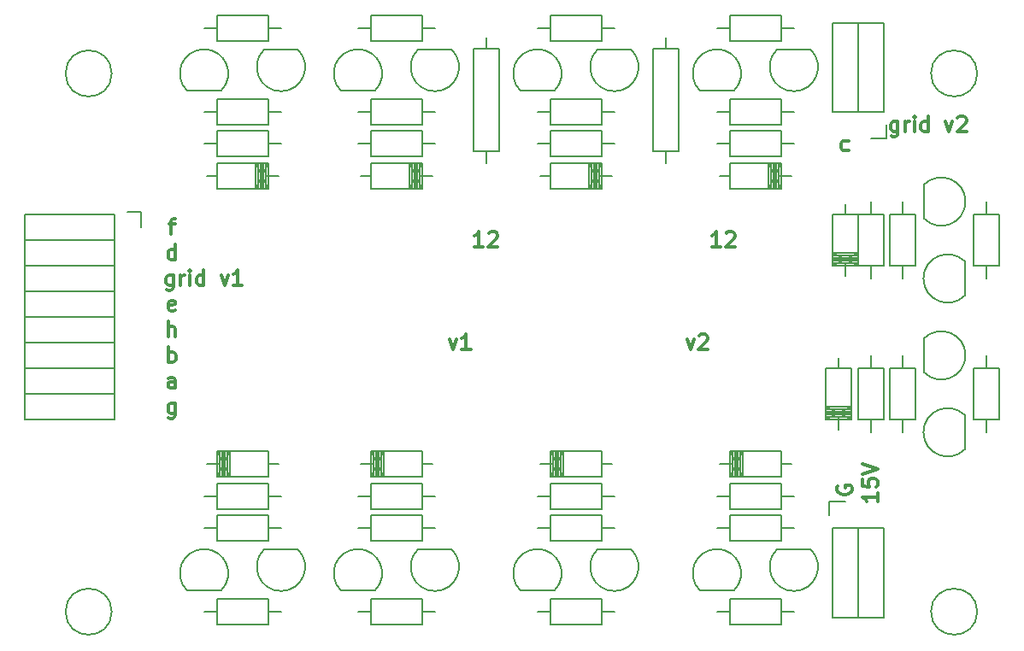
<source format=gto>
G04 #@! TF.FileFunction,Legend,Top*
%FSLAX46Y46*%
G04 Gerber Fmt 4.6, Leading zero omitted, Abs format (unit mm)*
G04 Created by KiCad (PCBNEW 4.0.2+e4-6225~38~ubuntu15.10.1-stable) date Son 24 Jul 2016 14:48:10 CEST*
%MOMM*%
G01*
G04 APERTURE LIST*
%ADD10C,0.100000*%
%ADD11C,0.300000*%
%ADD12C,0.150000*%
G04 APERTURE END LIST*
D10*
D11*
X132278572Y-83498571D02*
X132635715Y-84498571D01*
X132992857Y-83498571D01*
X133492857Y-83141429D02*
X133564286Y-83070000D01*
X133707143Y-82998571D01*
X134064286Y-82998571D01*
X134207143Y-83070000D01*
X134278572Y-83141429D01*
X134350000Y-83284286D01*
X134350000Y-83427143D01*
X134278572Y-83641429D01*
X133421429Y-84498571D01*
X134350000Y-84498571D01*
X108783572Y-83498571D02*
X109140715Y-84498571D01*
X109497857Y-83498571D01*
X110855000Y-84498571D02*
X109997857Y-84498571D01*
X110426429Y-84498571D02*
X110426429Y-82998571D01*
X110283572Y-83212857D01*
X110140714Y-83355714D01*
X109997857Y-83427143D01*
X148312143Y-64742143D02*
X148169286Y-64813571D01*
X147883572Y-64813571D01*
X147740714Y-64742143D01*
X147669286Y-64670714D01*
X147597857Y-64527857D01*
X147597857Y-64099286D01*
X147669286Y-63956429D01*
X147740714Y-63885000D01*
X147883572Y-63813571D01*
X148169286Y-63813571D01*
X148312143Y-63885000D01*
X153174286Y-61908571D02*
X153174286Y-63122857D01*
X153102857Y-63265714D01*
X153031429Y-63337143D01*
X152888572Y-63408571D01*
X152674286Y-63408571D01*
X152531429Y-63337143D01*
X153174286Y-62837143D02*
X153031429Y-62908571D01*
X152745715Y-62908571D01*
X152602857Y-62837143D01*
X152531429Y-62765714D01*
X152460000Y-62622857D01*
X152460000Y-62194286D01*
X152531429Y-62051429D01*
X152602857Y-61980000D01*
X152745715Y-61908571D01*
X153031429Y-61908571D01*
X153174286Y-61980000D01*
X153888572Y-62908571D02*
X153888572Y-61908571D01*
X153888572Y-62194286D02*
X153960000Y-62051429D01*
X154031429Y-61980000D01*
X154174286Y-61908571D01*
X154317143Y-61908571D01*
X154817143Y-62908571D02*
X154817143Y-61908571D01*
X154817143Y-61408571D02*
X154745714Y-61480000D01*
X154817143Y-61551429D01*
X154888571Y-61480000D01*
X154817143Y-61408571D01*
X154817143Y-61551429D01*
X156174286Y-62908571D02*
X156174286Y-61408571D01*
X156174286Y-62837143D02*
X156031429Y-62908571D01*
X155745715Y-62908571D01*
X155602857Y-62837143D01*
X155531429Y-62765714D01*
X155460000Y-62622857D01*
X155460000Y-62194286D01*
X155531429Y-62051429D01*
X155602857Y-61980000D01*
X155745715Y-61908571D01*
X156031429Y-61908571D01*
X156174286Y-61980000D01*
X157888572Y-61908571D02*
X158245715Y-62908571D01*
X158602857Y-61908571D01*
X159102857Y-61551429D02*
X159174286Y-61480000D01*
X159317143Y-61408571D01*
X159674286Y-61408571D01*
X159817143Y-61480000D01*
X159888572Y-61551429D01*
X159960000Y-61694286D01*
X159960000Y-61837143D01*
X159888572Y-62051429D01*
X159031429Y-62908571D01*
X159960000Y-62908571D01*
X81601429Y-89848571D02*
X81601429Y-91062857D01*
X81530000Y-91205714D01*
X81458572Y-91277143D01*
X81315715Y-91348571D01*
X81101429Y-91348571D01*
X80958572Y-91277143D01*
X81601429Y-90777143D02*
X81458572Y-90848571D01*
X81172858Y-90848571D01*
X81030000Y-90777143D01*
X80958572Y-90705714D01*
X80887143Y-90562857D01*
X80887143Y-90134286D01*
X80958572Y-89991429D01*
X81030000Y-89920000D01*
X81172858Y-89848571D01*
X81458572Y-89848571D01*
X81601429Y-89920000D01*
X81601429Y-88308571D02*
X81601429Y-87522857D01*
X81530000Y-87380000D01*
X81387143Y-87308571D01*
X81101429Y-87308571D01*
X80958572Y-87380000D01*
X81601429Y-88237143D02*
X81458572Y-88308571D01*
X81101429Y-88308571D01*
X80958572Y-88237143D01*
X80887143Y-88094286D01*
X80887143Y-87951429D01*
X80958572Y-87808571D01*
X81101429Y-87737143D01*
X81458572Y-87737143D01*
X81601429Y-87665714D01*
X80958572Y-85768571D02*
X80958572Y-84268571D01*
X80958572Y-84840000D02*
X81101429Y-84768571D01*
X81387143Y-84768571D01*
X81530000Y-84840000D01*
X81601429Y-84911429D01*
X81672858Y-85054286D01*
X81672858Y-85482857D01*
X81601429Y-85625714D01*
X81530000Y-85697143D01*
X81387143Y-85768571D01*
X81101429Y-85768571D01*
X80958572Y-85697143D01*
X80958572Y-83228571D02*
X80958572Y-81728571D01*
X81601429Y-83228571D02*
X81601429Y-82442857D01*
X81530000Y-82300000D01*
X81387143Y-82228571D01*
X81172858Y-82228571D01*
X81030000Y-82300000D01*
X80958572Y-82371429D01*
X81565714Y-80617143D02*
X81422857Y-80688571D01*
X81137143Y-80688571D01*
X80994286Y-80617143D01*
X80922857Y-80474286D01*
X80922857Y-79902857D01*
X80994286Y-79760000D01*
X81137143Y-79688571D01*
X81422857Y-79688571D01*
X81565714Y-79760000D01*
X81637143Y-79902857D01*
X81637143Y-80045714D01*
X80922857Y-80188571D01*
X81419286Y-77148571D02*
X81419286Y-78362857D01*
X81347857Y-78505714D01*
X81276429Y-78577143D01*
X81133572Y-78648571D01*
X80919286Y-78648571D01*
X80776429Y-78577143D01*
X81419286Y-78077143D02*
X81276429Y-78148571D01*
X80990715Y-78148571D01*
X80847857Y-78077143D01*
X80776429Y-78005714D01*
X80705000Y-77862857D01*
X80705000Y-77434286D01*
X80776429Y-77291429D01*
X80847857Y-77220000D01*
X80990715Y-77148571D01*
X81276429Y-77148571D01*
X81419286Y-77220000D01*
X82133572Y-78148571D02*
X82133572Y-77148571D01*
X82133572Y-77434286D02*
X82205000Y-77291429D01*
X82276429Y-77220000D01*
X82419286Y-77148571D01*
X82562143Y-77148571D01*
X83062143Y-78148571D02*
X83062143Y-77148571D01*
X83062143Y-76648571D02*
X82990714Y-76720000D01*
X83062143Y-76791429D01*
X83133571Y-76720000D01*
X83062143Y-76648571D01*
X83062143Y-76791429D01*
X84419286Y-78148571D02*
X84419286Y-76648571D01*
X84419286Y-78077143D02*
X84276429Y-78148571D01*
X83990715Y-78148571D01*
X83847857Y-78077143D01*
X83776429Y-78005714D01*
X83705000Y-77862857D01*
X83705000Y-77434286D01*
X83776429Y-77291429D01*
X83847857Y-77220000D01*
X83990715Y-77148571D01*
X84276429Y-77148571D01*
X84419286Y-77220000D01*
X86133572Y-77148571D02*
X86490715Y-78148571D01*
X86847857Y-77148571D01*
X88205000Y-78148571D02*
X87347857Y-78148571D01*
X87776429Y-78148571D02*
X87776429Y-76648571D01*
X87633572Y-76862857D01*
X87490714Y-77005714D01*
X87347857Y-77077143D01*
X81601429Y-75608571D02*
X81601429Y-74108571D01*
X81601429Y-75537143D02*
X81458572Y-75608571D01*
X81172858Y-75608571D01*
X81030000Y-75537143D01*
X80958572Y-75465714D01*
X80887143Y-75322857D01*
X80887143Y-74894286D01*
X80958572Y-74751429D01*
X81030000Y-74680000D01*
X81172858Y-74608571D01*
X81458572Y-74608571D01*
X81601429Y-74680000D01*
X80994286Y-72068571D02*
X81565715Y-72068571D01*
X81208572Y-73068571D02*
X81208572Y-71782857D01*
X81280000Y-71640000D01*
X81422858Y-71568571D01*
X81565715Y-71568571D01*
X147205000Y-98032143D02*
X147133571Y-98175000D01*
X147133571Y-98389286D01*
X147205000Y-98603571D01*
X147347857Y-98746429D01*
X147490714Y-98817857D01*
X147776429Y-98889286D01*
X147990714Y-98889286D01*
X148276429Y-98817857D01*
X148419286Y-98746429D01*
X148562143Y-98603571D01*
X148633571Y-98389286D01*
X148633571Y-98246429D01*
X148562143Y-98032143D01*
X148490714Y-97960714D01*
X147990714Y-97960714D01*
X147990714Y-98246429D01*
X151173571Y-98718571D02*
X151173571Y-99575714D01*
X151173571Y-99147142D02*
X149673571Y-99147142D01*
X149887857Y-99289999D01*
X150030714Y-99432857D01*
X150102143Y-99575714D01*
X149673571Y-97361428D02*
X149673571Y-98075714D01*
X150387857Y-98147143D01*
X150316429Y-98075714D01*
X150245000Y-97932857D01*
X150245000Y-97575714D01*
X150316429Y-97432857D01*
X150387857Y-97361428D01*
X150530714Y-97290000D01*
X150887857Y-97290000D01*
X151030714Y-97361428D01*
X151102143Y-97432857D01*
X151173571Y-97575714D01*
X151173571Y-97932857D01*
X151102143Y-98075714D01*
X151030714Y-98147143D01*
X149673571Y-96861429D02*
X151173571Y-96361429D01*
X149673571Y-95861429D01*
X112109286Y-74338571D02*
X111252143Y-74338571D01*
X111680715Y-74338571D02*
X111680715Y-72838571D01*
X111537858Y-73052857D01*
X111395000Y-73195714D01*
X111252143Y-73267143D01*
X112680714Y-72981429D02*
X112752143Y-72910000D01*
X112895000Y-72838571D01*
X113252143Y-72838571D01*
X113395000Y-72910000D01*
X113466429Y-72981429D01*
X113537857Y-73124286D01*
X113537857Y-73267143D01*
X113466429Y-73481429D01*
X112609286Y-74338571D01*
X113537857Y-74338571D01*
X135604286Y-74338571D02*
X134747143Y-74338571D01*
X135175715Y-74338571D02*
X135175715Y-72838571D01*
X135032858Y-73052857D01*
X134890000Y-73195714D01*
X134747143Y-73267143D01*
X136175714Y-72981429D02*
X136247143Y-72910000D01*
X136390000Y-72838571D01*
X136747143Y-72838571D01*
X136890000Y-72910000D01*
X136961429Y-72981429D01*
X137032857Y-73124286D01*
X137032857Y-73267143D01*
X136961429Y-73481429D01*
X136104286Y-74338571D01*
X137032857Y-74338571D01*
D12*
X106045000Y-103505000D02*
X100965000Y-103505000D01*
X100965000Y-103505000D02*
X100965000Y-100965000D01*
X100965000Y-100965000D02*
X106045000Y-100965000D01*
X106045000Y-100965000D02*
X106045000Y-103505000D01*
X106045000Y-102235000D02*
X107315000Y-102235000D01*
X100965000Y-102235000D02*
X99695000Y-102235000D01*
X141605000Y-53975000D02*
X136525000Y-53975000D01*
X136525000Y-53975000D02*
X136525000Y-51435000D01*
X136525000Y-51435000D02*
X141605000Y-51435000D01*
X141605000Y-51435000D02*
X141605000Y-53975000D01*
X141605000Y-52705000D02*
X142875000Y-52705000D01*
X136525000Y-52705000D02*
X135255000Y-52705000D01*
X100965000Y-59690000D02*
X106045000Y-59690000D01*
X106045000Y-59690000D02*
X106045000Y-62230000D01*
X106045000Y-62230000D02*
X100965000Y-62230000D01*
X100965000Y-62230000D02*
X100965000Y-59690000D01*
X100965000Y-60960000D02*
X99695000Y-60960000D01*
X106045000Y-60960000D02*
X107315000Y-60960000D01*
X151765000Y-111065000D02*
X151765000Y-102235000D01*
X149225000Y-111065000D02*
X151765000Y-111065000D01*
X149225000Y-102235000D02*
X149225000Y-111065000D01*
X149225000Y-102235000D02*
X151765000Y-102235000D01*
X146685000Y-102235000D02*
X149225000Y-102235000D01*
X147955000Y-99565000D02*
X146405000Y-99565000D01*
X146405000Y-99565000D02*
X146405000Y-100965000D01*
X146685000Y-102235000D02*
X146685000Y-111065000D01*
X146685000Y-111065000D02*
X149225000Y-111065000D01*
X149225000Y-111065000D02*
X149225000Y-102235000D01*
X66735000Y-88900000D02*
X75565000Y-88900000D01*
X66735000Y-86360000D02*
X66735000Y-88900000D01*
X75565000Y-86360000D02*
X75565000Y-88900000D01*
X75565000Y-88900000D02*
X75565000Y-91440000D01*
X66735000Y-88900000D02*
X66735000Y-91440000D01*
X66735000Y-91440000D02*
X75565000Y-91440000D01*
X66735000Y-86360000D02*
X75565000Y-86360000D01*
X66735000Y-83820000D02*
X66735000Y-86360000D01*
X75565000Y-83820000D02*
X75565000Y-86360000D01*
X75565000Y-81280000D02*
X75565000Y-83820000D01*
X66735000Y-81280000D02*
X66735000Y-83820000D01*
X66735000Y-83820000D02*
X75565000Y-83820000D01*
X66735000Y-81280000D02*
X75565000Y-81280000D01*
X66735000Y-78740000D02*
X66735000Y-81280000D01*
X75565000Y-78740000D02*
X75565000Y-81280000D01*
X75565000Y-76200000D02*
X75565000Y-78740000D01*
X66735000Y-76200000D02*
X66735000Y-78740000D01*
X66735000Y-78740000D02*
X75565000Y-78740000D01*
X66735000Y-76200000D02*
X75565000Y-76200000D01*
X66735000Y-73660000D02*
X66735000Y-76200000D01*
X75565000Y-73660000D02*
X66735000Y-73660000D01*
X75565000Y-73660000D02*
X75565000Y-76200000D01*
X75565000Y-71120000D02*
X75565000Y-73660000D01*
X78235000Y-72390000D02*
X78235000Y-70840000D01*
X78235000Y-70840000D02*
X76835000Y-70840000D01*
X75565000Y-71120000D02*
X66735000Y-71120000D01*
X66735000Y-71120000D02*
X66735000Y-73660000D01*
X66735000Y-73660000D02*
X75565000Y-73660000D01*
X100965000Y-109220000D02*
X106045000Y-109220000D01*
X106045000Y-109220000D02*
X106045000Y-111760000D01*
X106045000Y-111760000D02*
X100965000Y-111760000D01*
X100965000Y-111760000D02*
X100965000Y-109220000D01*
X100965000Y-110490000D02*
X99695000Y-110490000D01*
X106045000Y-110490000D02*
X107315000Y-110490000D01*
X118745000Y-59690000D02*
X123825000Y-59690000D01*
X123825000Y-59690000D02*
X123825000Y-62230000D01*
X123825000Y-62230000D02*
X118745000Y-62230000D01*
X118745000Y-62230000D02*
X118745000Y-59690000D01*
X118745000Y-60960000D02*
X117475000Y-60960000D01*
X123825000Y-60960000D02*
X125095000Y-60960000D01*
X123825000Y-53975000D02*
X118745000Y-53975000D01*
X118745000Y-53975000D02*
X118745000Y-51435000D01*
X118745000Y-51435000D02*
X123825000Y-51435000D01*
X123825000Y-51435000D02*
X123825000Y-53975000D01*
X123825000Y-52705000D02*
X125095000Y-52705000D01*
X118745000Y-52705000D02*
X117475000Y-52705000D01*
X141605000Y-103505000D02*
X136525000Y-103505000D01*
X136525000Y-103505000D02*
X136525000Y-100965000D01*
X136525000Y-100965000D02*
X141605000Y-100965000D01*
X141605000Y-100965000D02*
X141605000Y-103505000D01*
X141605000Y-102235000D02*
X142875000Y-102235000D01*
X136525000Y-102235000D02*
X135255000Y-102235000D01*
X136525000Y-109220000D02*
X141605000Y-109220000D01*
X141605000Y-109220000D02*
X141605000Y-111760000D01*
X141605000Y-111760000D02*
X136525000Y-111760000D01*
X136525000Y-111760000D02*
X136525000Y-109220000D01*
X136525000Y-110490000D02*
X135255000Y-110490000D01*
X141605000Y-110490000D02*
X142875000Y-110490000D01*
X106045000Y-53975000D02*
X100965000Y-53975000D01*
X100965000Y-53975000D02*
X100965000Y-51435000D01*
X100965000Y-51435000D02*
X106045000Y-51435000D01*
X106045000Y-51435000D02*
X106045000Y-53975000D01*
X106045000Y-52705000D02*
X107315000Y-52705000D01*
X100965000Y-52705000D02*
X99695000Y-52705000D01*
X154940000Y-86360000D02*
X154940000Y-91440000D01*
X154940000Y-91440000D02*
X152400000Y-91440000D01*
X152400000Y-91440000D02*
X152400000Y-86360000D01*
X152400000Y-86360000D02*
X154940000Y-86360000D01*
X153670000Y-86360000D02*
X153670000Y-85090000D01*
X153670000Y-91440000D02*
X153670000Y-92710000D01*
X160655000Y-91440000D02*
X160655000Y-86360000D01*
X160655000Y-86360000D02*
X163195000Y-86360000D01*
X163195000Y-86360000D02*
X163195000Y-91440000D01*
X163195000Y-91440000D02*
X160655000Y-91440000D01*
X161925000Y-91440000D02*
X161925000Y-92710000D01*
X161925000Y-86360000D02*
X161925000Y-85090000D01*
X85725000Y-59690000D02*
X90805000Y-59690000D01*
X90805000Y-59690000D02*
X90805000Y-62230000D01*
X90805000Y-62230000D02*
X85725000Y-62230000D01*
X85725000Y-62230000D02*
X85725000Y-59690000D01*
X85725000Y-60960000D02*
X84455000Y-60960000D01*
X90805000Y-60960000D02*
X92075000Y-60960000D01*
X90805000Y-53975000D02*
X85725000Y-53975000D01*
X85725000Y-53975000D02*
X85725000Y-51435000D01*
X85725000Y-51435000D02*
X90805000Y-51435000D01*
X90805000Y-51435000D02*
X90805000Y-53975000D01*
X90805000Y-52705000D02*
X92075000Y-52705000D01*
X85725000Y-52705000D02*
X84455000Y-52705000D01*
X90805000Y-103505000D02*
X85725000Y-103505000D01*
X85725000Y-103505000D02*
X85725000Y-100965000D01*
X85725000Y-100965000D02*
X90805000Y-100965000D01*
X90805000Y-100965000D02*
X90805000Y-103505000D01*
X90805000Y-102235000D02*
X92075000Y-102235000D01*
X85725000Y-102235000D02*
X84455000Y-102235000D01*
X85725000Y-109220000D02*
X90805000Y-109220000D01*
X90805000Y-109220000D02*
X90805000Y-111760000D01*
X90805000Y-111760000D02*
X85725000Y-111760000D01*
X85725000Y-111760000D02*
X85725000Y-109220000D01*
X85725000Y-110490000D02*
X84455000Y-110490000D01*
X90805000Y-110490000D02*
X92075000Y-110490000D01*
X123825000Y-103505000D02*
X118745000Y-103505000D01*
X118745000Y-103505000D02*
X118745000Y-100965000D01*
X118745000Y-100965000D02*
X123825000Y-100965000D01*
X123825000Y-100965000D02*
X123825000Y-103505000D01*
X123825000Y-102235000D02*
X125095000Y-102235000D01*
X118745000Y-102235000D02*
X117475000Y-102235000D01*
X118745000Y-109220000D02*
X123825000Y-109220000D01*
X123825000Y-109220000D02*
X123825000Y-111760000D01*
X123825000Y-111760000D02*
X118745000Y-111760000D01*
X118745000Y-111760000D02*
X118745000Y-109220000D01*
X118745000Y-110490000D02*
X117475000Y-110490000D01*
X123825000Y-110490000D02*
X125095000Y-110490000D01*
X154940000Y-71120000D02*
X154940000Y-76200000D01*
X154940000Y-76200000D02*
X152400000Y-76200000D01*
X152400000Y-76200000D02*
X152400000Y-71120000D01*
X152400000Y-71120000D02*
X154940000Y-71120000D01*
X153670000Y-71120000D02*
X153670000Y-69850000D01*
X153670000Y-76200000D02*
X153670000Y-77470000D01*
X160655000Y-76200000D02*
X160655000Y-71120000D01*
X160655000Y-71120000D02*
X163195000Y-71120000D01*
X163195000Y-71120000D02*
X163195000Y-76200000D01*
X163195000Y-76200000D02*
X160655000Y-76200000D01*
X161925000Y-76200000D02*
X161925000Y-77470000D01*
X161925000Y-71120000D02*
X161925000Y-69850000D01*
X146685000Y-52130000D02*
X146685000Y-60960000D01*
X149225000Y-52130000D02*
X146685000Y-52130000D01*
X149225000Y-60960000D02*
X149225000Y-52130000D01*
X149225000Y-60960000D02*
X146685000Y-60960000D01*
X151765000Y-60960000D02*
X149225000Y-60960000D01*
X150495000Y-63630000D02*
X152045000Y-63630000D01*
X152045000Y-63630000D02*
X152045000Y-62230000D01*
X151765000Y-60960000D02*
X151765000Y-52130000D01*
X151765000Y-52130000D02*
X149225000Y-52130000D01*
X149225000Y-52130000D02*
X149225000Y-60960000D01*
X136525000Y-59690000D02*
X141605000Y-59690000D01*
X141605000Y-59690000D02*
X141605000Y-62230000D01*
X141605000Y-62230000D02*
X136525000Y-62230000D01*
X136525000Y-62230000D02*
X136525000Y-59690000D01*
X136525000Y-60960000D02*
X135255000Y-60960000D01*
X141605000Y-60960000D02*
X142875000Y-60960000D01*
X128905000Y-64890000D02*
X131445000Y-64890000D01*
X131445000Y-64890000D02*
X131445000Y-54730000D01*
X131445000Y-54730000D02*
X128905000Y-54730000D01*
X128905000Y-54730000D02*
X128905000Y-64890000D01*
X130175000Y-53580000D02*
X130175000Y-54730000D01*
X130175000Y-66040000D02*
X130175000Y-64890000D01*
X111125000Y-64890000D02*
X113665000Y-64890000D01*
X113665000Y-64890000D02*
X113665000Y-54730000D01*
X113665000Y-54730000D02*
X111125000Y-54730000D01*
X111125000Y-54730000D02*
X111125000Y-64890000D01*
X112395000Y-53580000D02*
X112395000Y-54730000D01*
X112395000Y-66040000D02*
X112395000Y-64890000D01*
X106045000Y-95882460D02*
X107061000Y-95882460D01*
X101219000Y-95882460D02*
X99949000Y-95882460D01*
X101473000Y-94612460D02*
X101473000Y-97152460D01*
X101727000Y-94612460D02*
X101727000Y-97152460D01*
X101981000Y-94612460D02*
X101981000Y-97152460D01*
X101219000Y-94612460D02*
X101219000Y-97152460D01*
X102235000Y-94612460D02*
X100965000Y-97152460D01*
X100965000Y-94612460D02*
X102235000Y-97152460D01*
X102235000Y-94612460D02*
X102235000Y-97152460D01*
X101600000Y-94612460D02*
X101600000Y-97152460D01*
X100965000Y-97152460D02*
X100965000Y-94612460D01*
X100965000Y-94612460D02*
X106045000Y-94612460D01*
X106045000Y-94612460D02*
X106045000Y-97152460D01*
X106045000Y-97152460D02*
X100965000Y-97152460D01*
X118745000Y-67312540D02*
X117729000Y-67312540D01*
X123571000Y-67312540D02*
X124841000Y-67312540D01*
X123317000Y-68582540D02*
X123317000Y-66042540D01*
X123063000Y-68582540D02*
X123063000Y-66042540D01*
X122809000Y-68582540D02*
X122809000Y-66042540D01*
X123571000Y-68582540D02*
X123571000Y-66042540D01*
X122555000Y-68582540D02*
X123825000Y-66042540D01*
X123825000Y-68582540D02*
X122555000Y-66042540D01*
X122555000Y-68582540D02*
X122555000Y-66042540D01*
X123190000Y-68582540D02*
X123190000Y-66042540D01*
X123825000Y-66042540D02*
X123825000Y-68582540D01*
X123825000Y-68582540D02*
X118745000Y-68582540D01*
X118745000Y-68582540D02*
X118745000Y-66042540D01*
X118745000Y-66042540D02*
X123825000Y-66042540D01*
X141605000Y-95882460D02*
X142621000Y-95882460D01*
X136779000Y-95882460D02*
X135509000Y-95882460D01*
X137033000Y-94612460D02*
X137033000Y-97152460D01*
X137287000Y-94612460D02*
X137287000Y-97152460D01*
X137541000Y-94612460D02*
X137541000Y-97152460D01*
X136779000Y-94612460D02*
X136779000Y-97152460D01*
X137795000Y-94612460D02*
X136525000Y-97152460D01*
X136525000Y-94612460D02*
X137795000Y-97152460D01*
X137795000Y-94612460D02*
X137795000Y-97152460D01*
X137160000Y-94612460D02*
X137160000Y-97152460D01*
X136525000Y-97152460D02*
X136525000Y-94612460D01*
X136525000Y-94612460D02*
X141605000Y-94612460D01*
X141605000Y-94612460D02*
X141605000Y-97152460D01*
X141605000Y-97152460D02*
X136525000Y-97152460D01*
X136525000Y-67312540D02*
X135509000Y-67312540D01*
X141351000Y-67312540D02*
X142621000Y-67312540D01*
X141097000Y-68582540D02*
X141097000Y-66042540D01*
X140843000Y-68582540D02*
X140843000Y-66042540D01*
X140589000Y-68582540D02*
X140589000Y-66042540D01*
X141351000Y-68582540D02*
X141351000Y-66042540D01*
X140335000Y-68582540D02*
X141605000Y-66042540D01*
X141605000Y-68582540D02*
X140335000Y-66042540D01*
X140335000Y-68582540D02*
X140335000Y-66042540D01*
X140970000Y-68582540D02*
X140970000Y-66042540D01*
X141605000Y-66042540D02*
X141605000Y-68582540D01*
X141605000Y-68582540D02*
X136525000Y-68582540D01*
X136525000Y-68582540D02*
X136525000Y-66042540D01*
X136525000Y-66042540D02*
X141605000Y-66042540D01*
X100965000Y-67312540D02*
X99949000Y-67312540D01*
X105791000Y-67312540D02*
X107061000Y-67312540D01*
X105537000Y-68582540D02*
X105537000Y-66042540D01*
X105283000Y-68582540D02*
X105283000Y-66042540D01*
X105029000Y-68582540D02*
X105029000Y-66042540D01*
X105791000Y-68582540D02*
X105791000Y-66042540D01*
X104775000Y-68582540D02*
X106045000Y-66042540D01*
X106045000Y-68582540D02*
X104775000Y-66042540D01*
X104775000Y-68582540D02*
X104775000Y-66042540D01*
X105410000Y-68582540D02*
X105410000Y-66042540D01*
X106045000Y-66042540D02*
X106045000Y-68582540D01*
X106045000Y-68582540D02*
X100965000Y-68582540D01*
X100965000Y-68582540D02*
X100965000Y-66042540D01*
X100965000Y-66042540D02*
X106045000Y-66042540D01*
X147317460Y-86360000D02*
X147317460Y-85344000D01*
X147317460Y-91186000D02*
X147317460Y-92456000D01*
X146047460Y-90932000D02*
X148587460Y-90932000D01*
X146047460Y-90678000D02*
X148587460Y-90678000D01*
X146047460Y-90424000D02*
X148587460Y-90424000D01*
X146047460Y-91186000D02*
X148587460Y-91186000D01*
X146047460Y-90170000D02*
X148587460Y-91440000D01*
X146047460Y-91440000D02*
X148587460Y-90170000D01*
X146047460Y-90170000D02*
X148587460Y-90170000D01*
X146047460Y-90805000D02*
X148587460Y-90805000D01*
X148587460Y-91440000D02*
X146047460Y-91440000D01*
X146047460Y-91440000D02*
X146047460Y-86360000D01*
X146047460Y-86360000D02*
X148587460Y-86360000D01*
X148587460Y-86360000D02*
X148587460Y-91440000D01*
X85725000Y-67312540D02*
X84709000Y-67312540D01*
X90551000Y-67312540D02*
X91821000Y-67312540D01*
X90297000Y-68582540D02*
X90297000Y-66042540D01*
X90043000Y-68582540D02*
X90043000Y-66042540D01*
X89789000Y-68582540D02*
X89789000Y-66042540D01*
X90551000Y-68582540D02*
X90551000Y-66042540D01*
X89535000Y-68582540D02*
X90805000Y-66042540D01*
X90805000Y-68582540D02*
X89535000Y-66042540D01*
X89535000Y-68582540D02*
X89535000Y-66042540D01*
X90170000Y-68582540D02*
X90170000Y-66042540D01*
X90805000Y-66042540D02*
X90805000Y-68582540D01*
X90805000Y-68582540D02*
X85725000Y-68582540D01*
X85725000Y-68582540D02*
X85725000Y-66042540D01*
X85725000Y-66042540D02*
X90805000Y-66042540D01*
X90805000Y-95882460D02*
X91821000Y-95882460D01*
X85979000Y-95882460D02*
X84709000Y-95882460D01*
X86233000Y-94612460D02*
X86233000Y-97152460D01*
X86487000Y-94612460D02*
X86487000Y-97152460D01*
X86741000Y-94612460D02*
X86741000Y-97152460D01*
X85979000Y-94612460D02*
X85979000Y-97152460D01*
X86995000Y-94612460D02*
X85725000Y-97152460D01*
X85725000Y-94612460D02*
X86995000Y-97152460D01*
X86995000Y-94612460D02*
X86995000Y-97152460D01*
X86360000Y-94612460D02*
X86360000Y-97152460D01*
X85725000Y-97152460D02*
X85725000Y-94612460D01*
X85725000Y-94612460D02*
X90805000Y-94612460D01*
X90805000Y-94612460D02*
X90805000Y-97152460D01*
X90805000Y-97152460D02*
X85725000Y-97152460D01*
X123825000Y-95882460D02*
X124841000Y-95882460D01*
X118999000Y-95882460D02*
X117729000Y-95882460D01*
X119253000Y-94612460D02*
X119253000Y-97152460D01*
X119507000Y-94612460D02*
X119507000Y-97152460D01*
X119761000Y-94612460D02*
X119761000Y-97152460D01*
X118999000Y-94612460D02*
X118999000Y-97152460D01*
X120015000Y-94612460D02*
X118745000Y-97152460D01*
X118745000Y-94612460D02*
X120015000Y-97152460D01*
X120015000Y-94612460D02*
X120015000Y-97152460D01*
X119380000Y-94612460D02*
X119380000Y-97152460D01*
X118745000Y-97152460D02*
X118745000Y-94612460D01*
X118745000Y-94612460D02*
X123825000Y-94612460D01*
X123825000Y-94612460D02*
X123825000Y-97152460D01*
X123825000Y-97152460D02*
X118745000Y-97152460D01*
X147952460Y-71120000D02*
X147952460Y-70104000D01*
X147952460Y-75946000D02*
X147952460Y-77216000D01*
X146682460Y-75692000D02*
X149222460Y-75692000D01*
X146682460Y-75438000D02*
X149222460Y-75438000D01*
X146682460Y-75184000D02*
X149222460Y-75184000D01*
X146682460Y-75946000D02*
X149222460Y-75946000D01*
X146682460Y-74930000D02*
X149222460Y-76200000D01*
X146682460Y-76200000D02*
X149222460Y-74930000D01*
X146682460Y-74930000D02*
X149222460Y-74930000D01*
X146682460Y-75565000D02*
X149222460Y-75565000D01*
X149222460Y-76200000D02*
X146682460Y-76200000D01*
X146682460Y-76200000D02*
X146682460Y-71120000D01*
X146682460Y-71120000D02*
X149222460Y-71120000D01*
X149222460Y-71120000D02*
X149222460Y-76200000D01*
X118745000Y-62865000D02*
X123825000Y-62865000D01*
X123825000Y-62865000D02*
X123825000Y-65405000D01*
X123825000Y-65405000D02*
X118745000Y-65405000D01*
X118745000Y-65405000D02*
X118745000Y-62865000D01*
X118745000Y-64135000D02*
X117475000Y-64135000D01*
X123825000Y-64135000D02*
X125095000Y-64135000D01*
X106045000Y-100330000D02*
X100965000Y-100330000D01*
X100965000Y-100330000D02*
X100965000Y-97790000D01*
X100965000Y-97790000D02*
X106045000Y-97790000D01*
X106045000Y-97790000D02*
X106045000Y-100330000D01*
X106045000Y-99060000D02*
X107315000Y-99060000D01*
X100965000Y-99060000D02*
X99695000Y-99060000D01*
X141605000Y-100330000D02*
X136525000Y-100330000D01*
X136525000Y-100330000D02*
X136525000Y-97790000D01*
X136525000Y-97790000D02*
X141605000Y-97790000D01*
X141605000Y-97790000D02*
X141605000Y-100330000D01*
X141605000Y-99060000D02*
X142875000Y-99060000D01*
X136525000Y-99060000D02*
X135255000Y-99060000D01*
X136525000Y-62865000D02*
X141605000Y-62865000D01*
X141605000Y-62865000D02*
X141605000Y-65405000D01*
X141605000Y-65405000D02*
X136525000Y-65405000D01*
X136525000Y-65405000D02*
X136525000Y-62865000D01*
X136525000Y-64135000D02*
X135255000Y-64135000D01*
X141605000Y-64135000D02*
X142875000Y-64135000D01*
X100965000Y-62865000D02*
X106045000Y-62865000D01*
X106045000Y-62865000D02*
X106045000Y-65405000D01*
X106045000Y-65405000D02*
X100965000Y-65405000D01*
X100965000Y-65405000D02*
X100965000Y-62865000D01*
X100965000Y-64135000D02*
X99695000Y-64135000D01*
X106045000Y-64135000D02*
X107315000Y-64135000D01*
X151765000Y-86360000D02*
X151765000Y-91440000D01*
X151765000Y-91440000D02*
X149225000Y-91440000D01*
X149225000Y-91440000D02*
X149225000Y-86360000D01*
X149225000Y-86360000D02*
X151765000Y-86360000D01*
X150495000Y-86360000D02*
X150495000Y-85090000D01*
X150495000Y-91440000D02*
X150495000Y-92710000D01*
X85725000Y-62865000D02*
X90805000Y-62865000D01*
X90805000Y-62865000D02*
X90805000Y-65405000D01*
X90805000Y-65405000D02*
X85725000Y-65405000D01*
X85725000Y-65405000D02*
X85725000Y-62865000D01*
X85725000Y-64135000D02*
X84455000Y-64135000D01*
X90805000Y-64135000D02*
X92075000Y-64135000D01*
X90805000Y-100330000D02*
X85725000Y-100330000D01*
X85725000Y-100330000D02*
X85725000Y-97790000D01*
X85725000Y-97790000D02*
X90805000Y-97790000D01*
X90805000Y-97790000D02*
X90805000Y-100330000D01*
X90805000Y-99060000D02*
X92075000Y-99060000D01*
X85725000Y-99060000D02*
X84455000Y-99060000D01*
X123825000Y-100330000D02*
X118745000Y-100330000D01*
X118745000Y-100330000D02*
X118745000Y-97790000D01*
X118745000Y-97790000D02*
X123825000Y-97790000D01*
X123825000Y-97790000D02*
X123825000Y-100330000D01*
X123825000Y-99060000D02*
X125095000Y-99060000D01*
X118745000Y-99060000D02*
X117475000Y-99060000D01*
X151765000Y-71120000D02*
X151765000Y-76200000D01*
X151765000Y-76200000D02*
X149225000Y-76200000D01*
X149225000Y-76200000D02*
X149225000Y-71120000D01*
X149225000Y-71120000D02*
X151765000Y-71120000D01*
X150495000Y-71120000D02*
X150495000Y-69850000D01*
X150495000Y-76200000D02*
X150495000Y-77470000D01*
X97995000Y-108380000D02*
X101395000Y-108380000D01*
X97997944Y-108377056D02*
G75*
G02X99695000Y-104280000I1697056J1697056D01*
G01*
X101392056Y-108377056D02*
G75*
G03X99695000Y-104280000I-1697056J1697056D01*
G01*
X126795000Y-54815000D02*
X123395000Y-54815000D01*
X126792056Y-54817944D02*
G75*
G02X125095000Y-58915000I-1697056J-1697056D01*
G01*
X123397944Y-54817944D02*
G75*
G03X125095000Y-58915000I1697056J-1697056D01*
G01*
X109015000Y-104345000D02*
X105615000Y-104345000D01*
X109012056Y-104347944D02*
G75*
G02X107315000Y-108445000I-1697056J-1697056D01*
G01*
X105617944Y-104347944D02*
G75*
G03X107315000Y-108445000I1697056J-1697056D01*
G01*
X115775000Y-58850000D02*
X119175000Y-58850000D01*
X115777944Y-58847056D02*
G75*
G02X117475000Y-54750000I1697056J1697056D01*
G01*
X119172056Y-58847056D02*
G75*
G03X117475000Y-54750000I-1697056J1697056D01*
G01*
X133555000Y-108380000D02*
X136955000Y-108380000D01*
X133557944Y-108377056D02*
G75*
G02X135255000Y-104280000I1697056J1697056D01*
G01*
X136952056Y-108377056D02*
G75*
G03X135255000Y-104280000I-1697056J1697056D01*
G01*
X144575000Y-54815000D02*
X141175000Y-54815000D01*
X144572056Y-54817944D02*
G75*
G02X142875000Y-58915000I-1697056J-1697056D01*
G01*
X141177944Y-54817944D02*
G75*
G03X142875000Y-58915000I1697056J-1697056D01*
G01*
X144575000Y-104345000D02*
X141175000Y-104345000D01*
X144572056Y-104347944D02*
G75*
G02X142875000Y-108445000I-1697056J-1697056D01*
G01*
X141177944Y-104347944D02*
G75*
G03X142875000Y-108445000I1697056J-1697056D01*
G01*
X133555000Y-58850000D02*
X136955000Y-58850000D01*
X133557944Y-58847056D02*
G75*
G02X135255000Y-54750000I1697056J1697056D01*
G01*
X136952056Y-58847056D02*
G75*
G03X135255000Y-54750000I-1697056J1697056D01*
G01*
X109015000Y-54815000D02*
X105615000Y-54815000D01*
X109012056Y-54817944D02*
G75*
G02X107315000Y-58915000I-1697056J-1697056D01*
G01*
X105617944Y-54817944D02*
G75*
G03X107315000Y-58915000I1697056J-1697056D01*
G01*
X97995000Y-58850000D02*
X101395000Y-58850000D01*
X97997944Y-58847056D02*
G75*
G02X99695000Y-54750000I1697056J1697056D01*
G01*
X101392056Y-58847056D02*
G75*
G03X99695000Y-54750000I-1697056J1697056D01*
G01*
X159815000Y-94410000D02*
X159815000Y-91010000D01*
X159812056Y-94407056D02*
G75*
G02X155715000Y-92710000I-1697056J1697056D01*
G01*
X159812056Y-91012944D02*
G75*
G03X155715000Y-92710000I-1697056J-1697056D01*
G01*
X155780000Y-83390000D02*
X155780000Y-86790000D01*
X155782944Y-83392944D02*
G75*
G02X159880000Y-85090000I1697056J-1697056D01*
G01*
X155782944Y-86787056D02*
G75*
G03X159880000Y-85090000I1697056J1697056D01*
G01*
X93775000Y-54815000D02*
X90375000Y-54815000D01*
X93772056Y-54817944D02*
G75*
G02X92075000Y-58915000I-1697056J-1697056D01*
G01*
X90377944Y-54817944D02*
G75*
G03X92075000Y-58915000I1697056J-1697056D01*
G01*
X82755000Y-58850000D02*
X86155000Y-58850000D01*
X82757944Y-58847056D02*
G75*
G02X84455000Y-54750000I1697056J1697056D01*
G01*
X86152056Y-58847056D02*
G75*
G03X84455000Y-54750000I-1697056J1697056D01*
G01*
X82755000Y-108380000D02*
X86155000Y-108380000D01*
X82757944Y-108377056D02*
G75*
G02X84455000Y-104280000I1697056J1697056D01*
G01*
X86152056Y-108377056D02*
G75*
G03X84455000Y-104280000I-1697056J1697056D01*
G01*
X93775000Y-104345000D02*
X90375000Y-104345000D01*
X93772056Y-104347944D02*
G75*
G02X92075000Y-108445000I-1697056J-1697056D01*
G01*
X90377944Y-104347944D02*
G75*
G03X92075000Y-108445000I1697056J-1697056D01*
G01*
X115775000Y-108380000D02*
X119175000Y-108380000D01*
X115777944Y-108377056D02*
G75*
G02X117475000Y-104280000I1697056J1697056D01*
G01*
X119172056Y-108377056D02*
G75*
G03X117475000Y-104280000I-1697056J1697056D01*
G01*
X126795000Y-104345000D02*
X123395000Y-104345000D01*
X126792056Y-104347944D02*
G75*
G02X125095000Y-108445000I-1697056J-1697056D01*
G01*
X123397944Y-104347944D02*
G75*
G03X125095000Y-108445000I1697056J-1697056D01*
G01*
X159815000Y-79170000D02*
X159815000Y-75770000D01*
X159812056Y-79167056D02*
G75*
G02X155715000Y-77470000I-1697056J1697056D01*
G01*
X159812056Y-75772944D02*
G75*
G03X155715000Y-77470000I-1697056J-1697056D01*
G01*
X155780000Y-68150000D02*
X155780000Y-71550000D01*
X155782944Y-68152944D02*
G75*
G02X159880000Y-69850000I1697056J-1697056D01*
G01*
X155782944Y-71547056D02*
G75*
G03X159880000Y-69850000I1697056J1697056D01*
G01*
X161036000Y-57150000D02*
G75*
G03X161036000Y-57150000I-2286000J0D01*
G01*
X161036000Y-110490000D02*
G75*
G03X161036000Y-110490000I-2286000J0D01*
G01*
X75311000Y-57150000D02*
G75*
G03X75311000Y-57150000I-2286000J0D01*
G01*
X75311000Y-110490000D02*
G75*
G03X75311000Y-110490000I-2286000J0D01*
G01*
M02*

</source>
